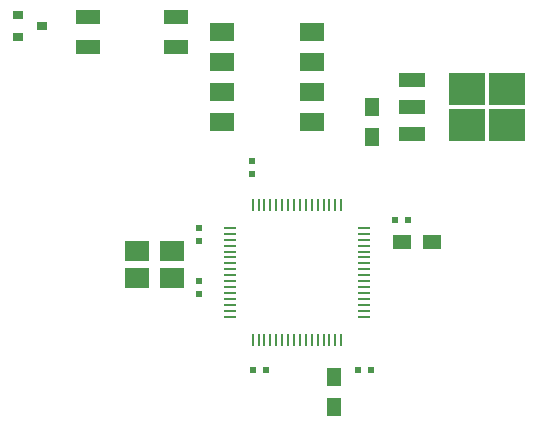
<source format=gbr>
G04 #@! TF.FileFunction,Paste,Top*
%FSLAX46Y46*%
G04 Gerber Fmt 4.6, Leading zero omitted, Abs format (unit mm)*
G04 Created by KiCad (PCBNEW 4.0.7) date 03/01/18 23:30:02*
%MOMM*%
%LPD*%
G01*
G04 APERTURE LIST*
%ADD10C,0.100000*%
%ADD11R,1.250000X1.500000*%
%ADD12R,0.600000X0.500000*%
%ADD13R,0.500000X0.600000*%
%ADD14R,0.900000X0.800000*%
%ADD15R,2.100000X1.800000*%
%ADD16R,2.200000X1.200000*%
%ADD17R,3.050000X2.750000*%
%ADD18R,2.032000X1.524000*%
%ADD19R,1.000000X0.250000*%
%ADD20R,0.250000X1.000000*%
%ADD21R,2.000000X1.200000*%
%ADD22R,1.500000X1.250000*%
G04 APERTURE END LIST*
D10*
D11*
X121285000Y-73680000D03*
X121285000Y-76180000D03*
D12*
X123275000Y-73025000D03*
X124375000Y-73025000D03*
X126450000Y-60325000D03*
X127550000Y-60325000D03*
X115485000Y-73025000D03*
X114385000Y-73025000D03*
D13*
X114300000Y-56430000D03*
X114300000Y-55330000D03*
X109855000Y-61045000D03*
X109855000Y-62145000D03*
D14*
X94504000Y-42992000D03*
X94504000Y-44892000D03*
X96504000Y-43942000D03*
D15*
X104595000Y-65285000D03*
X107495000Y-65285000D03*
X107495000Y-62985000D03*
X104595000Y-62985000D03*
D16*
X127880000Y-48520000D03*
X127880000Y-50800000D03*
X127880000Y-53080000D03*
D17*
X135855000Y-52325000D03*
X132505000Y-49275000D03*
X135855000Y-49275000D03*
X132505000Y-52325000D03*
D18*
X119380000Y-52070000D03*
X119380000Y-49530000D03*
X119380000Y-46990000D03*
X119380000Y-44450000D03*
X111760000Y-44450000D03*
X111760000Y-46990000D03*
X111760000Y-49530000D03*
X111760000Y-52070000D03*
D19*
X112410000Y-61020000D03*
X112410000Y-61520000D03*
X112410000Y-62020000D03*
X112410000Y-62520000D03*
X112410000Y-63020000D03*
X112410000Y-63520000D03*
X112410000Y-64020000D03*
X112410000Y-64520000D03*
X112410000Y-65020000D03*
X112410000Y-65520000D03*
X112410000Y-66020000D03*
X112410000Y-66520000D03*
X112410000Y-67020000D03*
X112410000Y-67520000D03*
X112410000Y-68020000D03*
X112410000Y-68520000D03*
D20*
X114360000Y-70470000D03*
X114860000Y-70470000D03*
X115360000Y-70470000D03*
X115860000Y-70470000D03*
X116360000Y-70470000D03*
X116860000Y-70470000D03*
X117360000Y-70470000D03*
X117860000Y-70470000D03*
X118360000Y-70470000D03*
X118860000Y-70470000D03*
X119360000Y-70470000D03*
X119860000Y-70470000D03*
X120360000Y-70470000D03*
X120860000Y-70470000D03*
X121360000Y-70470000D03*
X121860000Y-70470000D03*
D19*
X123810000Y-68520000D03*
X123810000Y-68020000D03*
X123810000Y-67520000D03*
X123810000Y-67020000D03*
X123810000Y-66520000D03*
X123810000Y-66020000D03*
X123810000Y-65520000D03*
X123810000Y-65020000D03*
X123810000Y-64520000D03*
X123810000Y-64020000D03*
X123810000Y-63520000D03*
X123810000Y-63020000D03*
X123810000Y-62520000D03*
X123810000Y-62020000D03*
X123810000Y-61520000D03*
X123810000Y-61020000D03*
D20*
X121860000Y-59070000D03*
X121360000Y-59070000D03*
X120860000Y-59070000D03*
X120360000Y-59070000D03*
X119860000Y-59070000D03*
X119360000Y-59070000D03*
X118860000Y-59070000D03*
X118360000Y-59070000D03*
X117860000Y-59070000D03*
X117360000Y-59070000D03*
X116860000Y-59070000D03*
X116360000Y-59070000D03*
X115860000Y-59070000D03*
X115360000Y-59070000D03*
X114860000Y-59070000D03*
X114360000Y-59070000D03*
D21*
X107890000Y-45720000D03*
X107890000Y-43180000D03*
X100390000Y-43180000D03*
X100390000Y-45720000D03*
D22*
X127020000Y-62230000D03*
X129520000Y-62230000D03*
D13*
X109855000Y-66590000D03*
X109855000Y-65490000D03*
D11*
X124460000Y-53320000D03*
X124460000Y-50820000D03*
M02*

</source>
